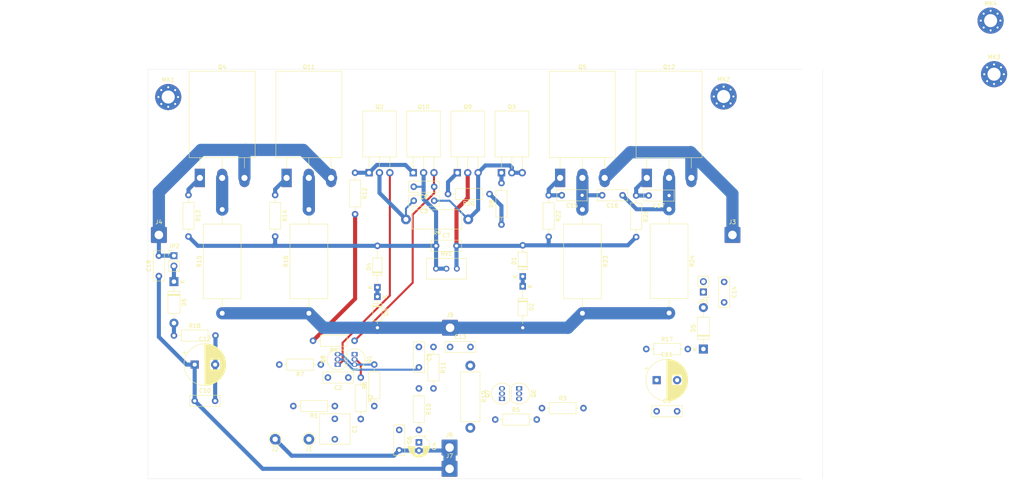
<source format=kicad_pcb>
(kicad_pcb (version 20171130) (host pcbnew "(5.1.10-0-10_14)")
  (layers (0 F.Cu signal) (31 B.Cu signal) (34 B.Paste user) (35 F.Paste user) (36 B.SilkS user) (37 F.SilkS user) (38 B.Mask user) (39 F.Mask user) (44 Edge.Cuts user))
  (net 0 "")
  (net 1 "Net-(C1-Pad2)")
  (net 2 "Net-(C1-Pad1)")
  (net 3 GND)
  (net 4 "Net-(C2-Pad1)")
  (net 5 "Net-(C3-Pad2)")
  (net 6 "Net-(C3-Pad1)")
  (net 7 "Net-(C4-Pad1)")
  (net 8 "Net-(C5-Pad2)")
  (net 9 "Net-(C13-Pad1)")
  (net 10 "Net-(C7-Pad2)")
  (net 11 "Net-(C7-Pad1)")
  (net 12 "Net-(C8-Pad1)")
  (net 13 "Net-(C11-Pad1)")
  (net 14 "Net-(C10-Pad2)")
  (net 15 "Net-(C13-Pad2)")
  (net 16 "Net-(C15-Pad2)")
  (net 17 "Net-(C15-Pad1)")
  (net 18 "Net-(C16-Pad1)")
  (net 19 "Net-(C17-Pad2)")
  (net 20 "Net-(D1-Pad1)")
  (net 21 "Net-(D3-Pad1)")
  (net 22 "Net-(D5-Pad2)")
  (net 23 "Net-(D5-Pad1)")
  (net 24 "Net-(D6-Pad2)")
  (net 25 "Net-(D6-Pad1)")
  (net 26 "Net-(Q1-Pad3)")
  (net 27 "Net-(Q2-Pad3)")
  (net 28 "Net-(Q10-Pad1)")
  (net 29 "Net-(Q3-Pad1)")
  (net 30 "Net-(Q4-Pad1)")
  (net 31 "Net-(Q6-Pad1)")
  (net 32 "Net-(Q6-Pad2)")
  (net 33 "Net-(Q7-Pad1)")
  (net 34 "Net-(Q9-Pad1)")
  (net 35 "Net-(Q11-Pad1)")
  (net 36 "Net-(C14-Pad1)")
  (net 37 "Net-(C18-Pad2)")
  (net 38 "Net-(Q4-Pad2)")
  (net 39 "Net-(Q11-Pad2)")
  (module Capacitor_THT:C_Rect_L7.2mm_W2.5mm_P5.00mm_FKS2_FKP2_MKS2_MKP2 (layer F.Cu) (at 64.897 87.55 90)
    (fp_text reference C18 (at 2.5 -2.5 90) (layer F.SilkS))
    (fp_text value 100n)
    (pad 2 thru_hole circle (at 5 0 90) (size 1.6 1.6) (drill 0.8) (layers *.Cu *.Mask) (net 37 "Net-(C18-Pad2)"))
    (pad 1 thru_hole circle (at 0 0 90) (size 1.6 1.6) (drill 0.8) (layers *.Cu *.Mask) (net 3 GND))
  )
  (module Capacitor_THT:C_Rect_L7.2mm_W2.5mm_P5.00mm_FKS2_FKP2_MKS2_MKP2 (layer F.Cu) (at 203.2 88.98 270)
    (fp_text reference C14 (at 2.5 -2.5 90) (layer F.SilkS))
    (fp_text value 100n)
    (pad 2 thru_hole circle (at 5 0 270) (size 1.6 1.6) (drill 0.8) (layers *.Cu *.Mask) (net 3 GND))
    (pad 1 thru_hole circle (at 0 0 270) (size 1.6 1.6) (drill 0.8) (layers *.Cu *.Mask) (net 36 "Net-(C14-Pad1)"))
  )
  (module Potentiometer_THT:Potentiometer_Bourns_3296W_Vertical (layer F.Cu) (at 137.795 85.725)
    (fp_text reference RV1 (at -2.54 -3.66) (layer F.SilkS))
    (fp_text value 200R)
    (pad 3 thru_hole circle (at -5.08 0) (size 1.44 1.44) (drill 0.8) (layers *.Cu *.Mask) (net 11 "Net-(C7-Pad1)"))
    (pad 2 thru_hole circle (at -2.54 0) (size 1.44 1.44) (drill 0.8) (layers *.Cu *.Mask) (net 11 "Net-(C7-Pad1)"))
    (pad 1 thru_hole circle (at 0 0) (size 1.44 1.44) (drill 0.8) (layers *.Cu *.Mask) (net 10 "Net-(C7-Pad2)"))
  )
  (module Resistor_THT:R_Axial_DIN0918_L18.0mm_D9.0mm_P25.40mm_Horizontal (layer F.Cu) (at 189.738 71.1835 270)
    (fp_text reference R24 (at 12.7 -5.62 270) (layer F.SilkS))
    (fp_text value 0.22R)
    (pad 2 thru_hole oval (at 25.4 0 270) (size 2.4 2.4) (drill 1.2) (layers *.Cu *.Mask) (net 9 "Net-(C13-Pad1)"))
    (pad 1 thru_hole circle (at 0 0 270) (size 2.4 2.4) (drill 1.2) (layers *.Cu *.Mask) (net 18 "Net-(C16-Pad1)"))
  )
  (module Resistor_THT:R_Axial_DIN0918_L18.0mm_D9.0mm_P25.40mm_Horizontal (layer F.Cu) (at 168.529 71.247 270)
    (fp_text reference R23 (at 12.7 -5.62 270) (layer F.SilkS))
    (fp_text value 0.22R)
    (pad 2 thru_hole oval (at 25.4 0 270) (size 2.4 2.4) (drill 1.2) (layers *.Cu *.Mask) (net 9 "Net-(C13-Pad1)"))
    (pad 1 thru_hole circle (at 0 0 270) (size 2.4 2.4) (drill 1.2) (layers *.Cu *.Mask) (net 17 "Net-(C15-Pad1)"))
  )
  (module Resistor_THT:R_Axial_DIN0207_L6.3mm_D2.5mm_P10.16mm_Horizontal (layer F.Cu) (at 160.274 67.7545 270)
    (fp_text reference R22 (at 5.08 -2.37 90) (layer F.SilkS))
    (fp_text value 220R)
    (pad 2 thru_hole oval (at 10.16 0 270) (size 1.6 1.6) (drill 0.8) (layers *.Cu *.Mask) (net 10 "Net-(C7-Pad2)"))
    (pad 1 thru_hole circle (at 0 0 270) (size 1.6 1.6) (drill 0.8) (layers *.Cu *.Mask) (net 16 "Net-(C15-Pad2)"))
  )
  (module Resistor_THT:R_Axial_DIN0207_L6.3mm_D2.5mm_P10.16mm_Horizontal (layer F.Cu) (at 181.6735 67.818 270)
    (fp_text reference R21 (at 5.08 -2.37 90) (layer F.SilkS))
    (fp_text value 220R)
    (pad 2 thru_hole oval (at 10.16 0 270) (size 1.6 1.6) (drill 0.8) (layers *.Cu *.Mask) (net 10 "Net-(C7-Pad2)"))
    (pad 1 thru_hole circle (at 0 0 270) (size 1.6 1.6) (drill 0.8) (layers *.Cu *.Mask) (net 19 "Net-(C17-Pad2)"))
  )
  (module Resistor_THT:R_Axial_DIN0207_L6.3mm_D2.5mm_P10.16mm_Horizontal (layer F.Cu) (at 145.796 67.437 180)
    (fp_text reference R20 (at 5.08 -2.37) (layer F.SilkS))
    (fp_text value 100R)
    (pad 2 thru_hole oval (at 10.16 0 180) (size 1.6 1.6) (drill 0.8) (layers *.Cu *.Mask) (net 34 "Net-(Q9-Pad1)"))
    (pad 1 thru_hole circle (at 0 0 180) (size 1.6 1.6) (drill 0.8) (layers *.Cu *.Mask) (net 13 "Net-(C11-Pad1)"))
  )
  (module Resistor_THT:R_Axial_DIN0414_L11.9mm_D4.5mm_P15.24mm_Horizontal (layer F.Cu) (at 141.097 109.474 270)
    (fp_text reference R19 (at 7.62 -3.37 90) (layer F.SilkS))
    (fp_text value 6.8R/1W)
    (pad 2 thru_hole oval (at 15.24 0 270) (size 2.4 2.4) (drill 1.2) (layers *.Cu *.Mask) (net 3 GND))
    (pad 1 thru_hole circle (at 0 0 270) (size 2.4 2.4) (drill 1.2) (layers *.Cu *.Mask) (net 15 "Net-(C13-Pad2)"))
  )
  (module Resistor_THT:R_Axial_DIN0207_L6.3mm_D2.5mm_P10.16mm_Horizontal (layer F.Cu) (at 68.58 102.108)
    (fp_text reference R18 (at 5.08 -2.37) (layer F.SilkS))
    (fp_text value 100R)
    (pad 2 thru_hole oval (at 10.16 0) (size 1.6 1.6) (drill 0.8) (layers *.Cu *.Mask) (net 14 "Net-(C10-Pad2)"))
    (pad 1 thru_hole circle (at 0 0) (size 1.6 1.6) (drill 0.8) (layers *.Cu *.Mask) (net 24 "Net-(D6-Pad2)"))
  )
  (module Resistor_THT:R_Axial_DIN0207_L6.3mm_D2.5mm_P10.16mm_Horizontal (layer F.Cu) (at 184.15 105.41)
    (fp_text reference R17 (at 5.08 -2.37) (layer F.SilkS))
    (fp_text value 100R)
    (pad 2 thru_hole oval (at 10.16 0) (size 1.6 1.6) (drill 0.8) (layers *.Cu *.Mask) (net 23 "Net-(D5-Pad1)"))
    (pad 1 thru_hole circle (at 0 0) (size 1.6 1.6) (drill 0.8) (layers *.Cu *.Mask) (net 13 "Net-(C11-Pad1)"))
  )
  (module Resistor_THT:R_Axial_DIN0918_L18.0mm_D9.0mm_P25.40mm_Horizontal (layer F.Cu) (at 101.6 96.647 90)
    (fp_text reference R16 (at 12.7 -5.62 90) (layer F.SilkS))
    (fp_text value 0.22R)
    (pad 2 thru_hole oval (at 25.4 0 90) (size 2.4 2.4) (drill 1.2) (layers *.Cu *.Mask) (net 39 "Net-(Q11-Pad2)"))
    (pad 1 thru_hole circle (at 0 0 90) (size 2.4 2.4) (drill 1.2) (layers *.Cu *.Mask) (net 9 "Net-(C13-Pad1)"))
  )
  (module Resistor_THT:R_Axial_DIN0918_L18.0mm_D9.0mm_P25.40mm_Horizontal (layer F.Cu) (at 80.391 96.647 90)
    (fp_text reference R15 (at 12.7 -5.62 90) (layer F.SilkS))
    (fp_text value 0.22R)
    (pad 2 thru_hole oval (at 25.4 0 90) (size 2.4 2.4) (drill 1.2) (layers *.Cu *.Mask) (net 38 "Net-(Q4-Pad2)"))
    (pad 1 thru_hole circle (at 0 0 90) (size 2.4 2.4) (drill 1.2) (layers *.Cu *.Mask) (net 9 "Net-(C13-Pad1)"))
  )
  (module Resistor_THT:R_Axial_DIN0207_L6.3mm_D2.5mm_P10.16mm_Horizontal (layer F.Cu) (at 93.345 67.691 270)
    (fp_text reference R14 (at 5.08 -2.37 90) (layer F.SilkS))
    (fp_text value 220R)
    (pad 2 thru_hole oval (at 10.16 0 270) (size 1.6 1.6) (drill 0.8) (layers *.Cu *.Mask) (net 11 "Net-(C7-Pad1)"))
    (pad 1 thru_hole circle (at 0 0 270) (size 1.6 1.6) (drill 0.8) (layers *.Cu *.Mask) (net 35 "Net-(Q11-Pad1)"))
  )
  (module Resistor_THT:R_Axial_DIN0207_L6.3mm_D2.5mm_P10.16mm_Horizontal (layer F.Cu) (at 72.136 67.691 270)
    (fp_text reference R13 (at 5.08 -2.37 90) (layer F.SilkS))
    (fp_text value 220R)
    (pad 2 thru_hole oval (at 10.16 0 270) (size 1.6 1.6) (drill 0.8) (layers *.Cu *.Mask) (net 11 "Net-(C7-Pad1)"))
    (pad 1 thru_hole circle (at 0 0 270) (size 1.6 1.6) (drill 0.8) (layers *.Cu *.Mask) (net 30 "Net-(Q4-Pad1)"))
  )
  (module Resistor_THT:R_Axial_DIN0207_L6.3mm_D2.5mm_P10.16mm_Horizontal (layer F.Cu) (at 112.903 62.23 270)
    (fp_text reference R12 (at 5.08 -2.37 90) (layer F.SilkS))
    (fp_text value 100R)
    (pad 2 thru_hole oval (at 10.16 0 270) (size 1.6 1.6) (drill 0.8) (layers *.Cu *.Mask) (net 14 "Net-(C10-Pad2)"))
    (pad 1 thru_hole circle (at 0 0 270) (size 1.6 1.6) (drill 0.8) (layers *.Cu *.Mask) (net 28 "Net-(Q10-Pad1)"))
  )
  (module Resistor_THT:R_Axial_DIN0207_L6.3mm_D2.5mm_P10.16mm_Horizontal (layer F.Cu) (at 132.08 104.902 270)
    (fp_text reference R11 (at 5.08 -2.37 90) (layer F.SilkS))
    (fp_text value 22k)
    (pad 2 thru_hole oval (at 10.16 0 270) (size 1.6 1.6) (drill 0.8) (layers *.Cu *.Mask) (net 8 "Net-(C5-Pad2)"))
    (pad 1 thru_hole circle (at 0 0 270) (size 1.6 1.6) (drill 0.8) (layers *.Cu *.Mask) (net 9 "Net-(C13-Pad1)"))
  )
  (module Resistor_THT:R_Axial_DIN0207_L6.3mm_D2.5mm_P10.16mm_Horizontal (layer F.Cu) (at 128.524 115.062 270)
    (fp_text reference R10 (at 5.08 -2.37 90) (layer F.SilkS))
    (fp_text value 1k)
    (pad 2 thru_hole oval (at 10.16 0 270) (size 1.6 1.6) (drill 0.8) (layers *.Cu *.Mask) (net 7 "Net-(C4-Pad1)"))
    (pad 1 thru_hole circle (at 0 0 270) (size 1.6 1.6) (drill 0.8) (layers *.Cu *.Mask) (net 8 "Net-(C5-Pad2)"))
  )
  (module Resistor_THT:R_Axial_DIN0414_L11.9mm_D4.5mm_P15.24mm_Horizontal (layer F.Cu) (at 140.589 73.66 180)
    (fp_text reference R9 (at 7.62 -3.37) (layer F.SilkS))
    (fp_text value 12k/1W)
    (pad 2 thru_hole oval (at 15.24 0 180) (size 2.4 2.4) (drill 1.2) (layers *.Cu *.Mask) (net 5 "Net-(C3-Pad2)"))
    (pad 1 thru_hole circle (at 0 0 180) (size 2.4 2.4) (drill 1.2) (layers *.Cu *.Mask) (net 6 "Net-(C3-Pad1)"))
  )
  (module Resistor_THT:R_Axial_DIN0207_L6.3mm_D2.5mm_P10.16mm_Horizontal (layer F.Cu) (at 148.717 74.93 90)
    (fp_text reference R8 (at 5.08 -2.37 90) (layer F.SilkS))
    (fp_text value 100R)
    (pad 2 thru_hole oval (at 10.16 0 90) (size 1.6 1.6) (drill 0.8) (layers *.Cu *.Mask) (net 29 "Net-(Q3-Pad1)"))
    (pad 1 thru_hole circle (at 0 0 90) (size 1.6 1.6) (drill 0.8) (layers *.Cu *.Mask) (net 13 "Net-(C11-Pad1)"))
  )
  (module Resistor_THT:R_Axial_DIN0207_L6.3mm_D2.5mm_P10.16mm_Horizontal (layer F.Cu) (at 104.521 109.22 180)
    (fp_text reference R7 (at 5.08 -2.37) (layer F.SilkS))
    (fp_text value 4k7)
    (pad 2 thru_hole oval (at 10.16 0 180) (size 1.6 1.6) (drill 0.8) (layers *.Cu *.Mask) (net 14 "Net-(C10-Pad2)"))
    (pad 1 thru_hole circle (at 0 0 180) (size 1.6 1.6) (drill 0.8) (layers *.Cu *.Mask) (net 27 "Net-(Q2-Pad3)"))
  )
  (module Resistor_THT:R_Axial_DIN0207_L6.3mm_D2.5mm_P10.16mm_Horizontal (layer F.Cu) (at 117.602 119.38 90)
    (fp_text reference R6 (at 5.08 -2.37 90) (layer F.SilkS))
    (fp_text value 22k)
    (pad 2 thru_hole oval (at 10.16 0 90) (size 1.6 1.6) (drill 0.8) (layers *.Cu *.Mask) (net 26 "Net-(Q1-Pad3)"))
    (pad 1 thru_hole circle (at 0 0 90) (size 1.6 1.6) (drill 0.8) (layers *.Cu *.Mask) (net 33 "Net-(Q7-Pad1)"))
  )
  (module Resistor_THT:R_Axial_DIN0207_L6.3mm_D2.5mm_P10.16mm_Horizontal (layer F.Cu) (at 147.193 122.682)
    (fp_text reference R5 (at 5.08 -2.37) (layer F.SilkS))
    (fp_text value 680R)
    (pad 2 thru_hole oval (at 10.16 0) (size 1.6 1.6) (drill 0.8) (layers *.Cu *.Mask) (net 32 "Net-(Q6-Pad2)"))
    (pad 1 thru_hole circle (at 0 0) (size 1.6 1.6) (drill 0.8) (layers *.Cu *.Mask) (net 13 "Net-(C11-Pad1)"))
  )
  (module Resistor_THT:R_Axial_DIN0207_L6.3mm_D2.5mm_P10.16mm_Horizontal (layer F.Cu) (at 112.776 103.378 180)
    (fp_text reference R4 (at 5.08 -2.37) (layer F.SilkS))
    (fp_text value 4k7)
    (pad 2 thru_hole oval (at 10.16 0 180) (size 1.6 1.6) (drill 0.8) (layers *.Cu *.Mask) (net 14 "Net-(C10-Pad2)"))
    (pad 1 thru_hole circle (at 0 0 180) (size 1.6 1.6) (drill 0.8) (layers *.Cu *.Mask) (net 12 "Net-(C8-Pad1)"))
  )
  (module Resistor_THT:R_Axial_DIN0207_L6.3mm_D2.5mm_P10.16mm_Horizontal (layer F.Cu) (at 158.623 119.888)
    (fp_text reference R3 (at 5.08 -2.37) (layer F.SilkS))
    (fp_text value 22k)
    (pad 2 thru_hole oval (at 10.16 0) (size 1.6 1.6) (drill 0.8) (layers *.Cu *.Mask) (net 3 GND))
    (pad 1 thru_hole circle (at 0 0) (size 1.6 1.6) (drill 0.8) (layers *.Cu *.Mask) (net 31 "Net-(Q6-Pad1)"))
  )
  (module Resistor_THT:R_Axial_DIN0207_L6.3mm_D2.5mm_P10.16mm_Horizontal (layer F.Cu) (at 114.3 112.395 270)
    (fp_text reference R2 (at 5.08 -2.37 90) (layer F.SilkS))
    (fp_text value 1k)
    (pad 2 thru_hole oval (at 10.16 0 270) (size 1.6 1.6) (drill 0.8) (layers *.Cu *.Mask) (net 2 "Net-(C1-Pad1)"))
    (pad 1 thru_hole circle (at 0 0 270) (size 1.6 1.6) (drill 0.8) (layers *.Cu *.Mask) (net 4 "Net-(C2-Pad1)"))
  )
  (module Resistor_THT:R_Axial_DIN0207_L6.3mm_D2.5mm_P10.16mm_Horizontal (layer F.Cu) (at 107.95 119.38 180)
    (fp_text reference R1 (at 5.08 -2.37) (layer F.SilkS))
    (fp_text value 33k)
    (pad 2 thru_hole oval (at 10.16 0 180) (size 1.6 1.6) (drill 0.8) (layers *.Cu *.Mask) (net 3 GND))
    (pad 1 thru_hole circle (at 0 0 180) (size 1.6 1.6) (drill 0.8) (layers *.Cu *.Mask) (net 2 "Net-(C1-Pad1)"))
  )
  (module Package_TO_SOT_THT:TO-247-3_Horizontal_TabDown (layer F.Cu) (at 184.277 63.5)
    (fp_text reference Q12 (at 5.45 -27.15) (layer F.SilkS))
    (fp_text value ECX10N20)
    (pad 3 thru_hole oval (at 10.9 0) (size 2.5 4.5) (drill 1.5) (layers *.Cu *.Mask) (net 36 "Net-(C14-Pad1)"))
    (pad 2 thru_hole oval (at 5.45 0) (size 2.5 4.5) (drill 1.5) (layers *.Cu *.Mask) (net 18 "Net-(C16-Pad1)"))
    (pad 1 thru_hole rect (at 0 0) (size 2.5 4.5) (drill 1.5) (layers *.Cu *.Mask) (net 19 "Net-(C17-Pad2)"))
    (pad "" np_thru_hole oval (at 5.45 -19.86) (size 3.6 3.6) (drill 3.6) (layers *.Cu *.Mask))
  )
  (module Package_TO_SOT_THT:TO-247-3_Horizontal_TabDown (layer F.Cu) (at 96.139 63.5)
    (fp_text reference Q11 (at 5.45 -27.15) (layer F.SilkS))
    (fp_text value ECX10P20)
    (pad 3 thru_hole oval (at 10.9 0) (size 2.5 4.5) (drill 1.5) (layers *.Cu *.Mask) (net 37 "Net-(C18-Pad2)"))
    (pad 2 thru_hole oval (at 5.45 0) (size 2.5 4.5) (drill 1.5) (layers *.Cu *.Mask) (net 39 "Net-(Q11-Pad2)"))
    (pad 1 thru_hole rect (at 0 0) (size 2.5 4.5) (drill 1.5) (layers *.Cu *.Mask) (net 35 "Net-(Q11-Pad1)"))
    (pad "" np_thru_hole oval (at 5.45 -19.86) (size 3.6 3.6) (drill 3.6) (layers *.Cu *.Mask))
  )
  (module Package_TO_SOT_THT:TO-126-3_Horizontal_TabDown (layer F.Cu) (at 127.127 62.23)
    (fp_text reference Q10 (at 2.54 -16.12) (layer F.SilkS))
    (fp_text value MJE340)
    (pad 3 thru_hole oval (at 5.08 0) (size 1.8 1.8) (drill 1) (layers *.Cu *.Mask) (net 12 "Net-(C8-Pad1)"))
    (pad 2 thru_hole oval (at 2.54 0) (size 1.8 1.8) (drill 1) (layers *.Cu *.Mask) (net 11 "Net-(C7-Pad1)"))
    (pad 1 thru_hole rect (at 0 0) (size 1.8 1.8) (drill 1) (layers *.Cu *.Mask) (net 28 "Net-(Q10-Pad1)"))
    (pad "" np_thru_hole oval (at 2.54 -11.1) (size 3.2 3.2) (drill 3.2) (layers *.Cu *.Mask))
  )
  (module Package_TO_SOT_THT:TO-126-3_Horizontal_TabDown (layer F.Cu) (at 137.922 62.23)
    (fp_text reference Q9 (at 2.54 -16.12) (layer F.SilkS))
    (fp_text value MJE350)
    (pad 3 thru_hole oval (at 5.08 0) (size 1.8 1.8) (drill 1) (layers *.Cu *.Mask) (net 6 "Net-(C3-Pad1)"))
    (pad 2 thru_hole oval (at 2.54 0) (size 1.8 1.8) (drill 1) (layers *.Cu *.Mask) (net 10 "Net-(C7-Pad2)"))
    (pad 1 thru_hole rect (at 0 0) (size 1.8 1.8) (drill 1) (layers *.Cu *.Mask) (net 34 "Net-(Q9-Pad1)"))
    (pad "" np_thru_hole oval (at 2.54 -11.1) (size 3.2 3.2) (drill 3.2) (layers *.Cu *.Mask))
  )
  (module Package_TO_SOT_THT:TO-92_Inline (layer F.Cu) (at 108.6485 109.22 90)
    (fp_text reference Q8 (at 1.27 -3.56 90) (layer F.SilkS))
    (fp_text value BC556)
    (pad 1 thru_hole rect (at 0 0 90) (size 1.05 1.5) (drill 0.75) (layers *.Cu *.Mask) (net 27 "Net-(Q2-Pad3)"))
    (pad 3 thru_hole oval (at 2.54 0 90) (size 1.05 1.5) (drill 0.75) (layers *.Cu *.Mask) (net 26 "Net-(Q1-Pad3)"))
    (pad 2 thru_hole oval (at 1.27 0 90) (size 1.05 1.5) (drill 0.75) (layers *.Cu *.Mask) (net 8 "Net-(C5-Pad2)"))
  )
  (module Package_TO_SOT_THT:TO-92_Inline (layer F.Cu) (at 148.844 117.602 90)
    (fp_text reference Q7 (at 1.27 -3.56 90) (layer F.SilkS))
    (fp_text value BC556)
    (pad 1 thru_hole rect (at 0 0 90) (size 1.05 1.5) (drill 0.75) (layers *.Cu *.Mask) (net 33 "Net-(Q7-Pad1)"))
    (pad 3 thru_hole oval (at 2.54 0 90) (size 1.05 1.5) (drill 0.75) (layers *.Cu *.Mask) (net 32 "Net-(Q6-Pad2)"))
    (pad 2 thru_hole oval (at 1.27 0 90) (size 1.05 1.5) (drill 0.75) (layers *.Cu *.Mask) (net 31 "Net-(Q6-Pad1)"))
  )
  (module Package_TO_SOT_THT:TO-92_Inline (layer F.Cu) (at 153.035 115.062 270)
    (fp_text reference Q6 (at 1.27 -3.56 90) (layer F.SilkS))
    (fp_text value BC556)
    (pad 1 thru_hole rect (at 0 0 270) (size 1.05 1.5) (drill 0.75) (layers *.Cu *.Mask) (net 31 "Net-(Q6-Pad1)"))
    (pad 3 thru_hole oval (at 2.54 0 270) (size 1.05 1.5) (drill 0.75) (layers *.Cu *.Mask) (net 13 "Net-(C11-Pad1)"))
    (pad 2 thru_hole oval (at 1.27 0 270) (size 1.05 1.5) (drill 0.75) (layers *.Cu *.Mask) (net 32 "Net-(Q6-Pad2)"))
  )
  (module Package_TO_SOT_THT:TO-247-3_Horizontal_TabDown (layer F.Cu) (at 163.068 63.5)
    (fp_text reference Q5 (at 5.45 -27.15) (layer F.SilkS))
    (fp_text value ECX10N20)
    (pad 3 thru_hole oval (at 10.9 0) (size 2.5 4.5) (drill 1.5) (layers *.Cu *.Mask) (net 36 "Net-(C14-Pad1)"))
    (pad 2 thru_hole oval (at 5.45 0) (size 2.5 4.5) (drill 1.5) (layers *.Cu *.Mask) (net 17 "Net-(C15-Pad1)"))
    (pad 1 thru_hole rect (at 0 0) (size 2.5 4.5) (drill 1.5) (layers *.Cu *.Mask) (net 16 "Net-(C15-Pad2)"))
    (pad "" np_thru_hole oval (at 5.45 -19.86) (size 3.6 3.6) (drill 3.6) (layers *.Cu *.Mask))
  )
  (module Package_TO_SOT_THT:TO-247-3_Horizontal_TabDown (layer F.Cu) (at 74.93 63.5)
    (fp_text reference Q4 (at 5.45 -27.15) (layer F.SilkS))
    (fp_text value ECX10P20)
    (pad 3 thru_hole oval (at 10.9 0) (size 2.5 4.5) (drill 1.5) (layers *.Cu *.Mask) (net 37 "Net-(C18-Pad2)"))
    (pad 2 thru_hole oval (at 5.45 0) (size 2.5 4.5) (drill 1.5) (layers *.Cu *.Mask) (net 38 "Net-(Q4-Pad2)"))
    (pad 1 thru_hole rect (at 0 0) (size 2.5 4.5) (drill 1.5) (layers *.Cu *.Mask) (net 30 "Net-(Q4-Pad1)"))
    (pad "" np_thru_hole oval (at 5.45 -19.86) (size 3.6 3.6) (drill 3.6) (layers *.Cu *.Mask))
  )
  (module Package_TO_SOT_THT:TO-126-3_Horizontal_TabDown (layer F.Cu) (at 148.717 62.23)
    (fp_text reference Q3 (at 2.54 -16.12) (layer F.SilkS))
    (fp_text value MJE350)
    (pad 3 thru_hole oval (at 5.08 0) (size 1.8 1.8) (drill 1) (layers *.Cu *.Mask) (net 6 "Net-(C3-Pad1)"))
    (pad 2 thru_hole oval (at 2.54 0) (size 1.8 1.8) (drill 1) (layers *.Cu *.Mask) (net 6 "Net-(C3-Pad1)"))
    (pad 1 thru_hole rect (at 0 0) (size 1.8 1.8) (drill 1) (layers *.Cu *.Mask) (net 29 "Net-(Q3-Pad1)"))
    (pad "" np_thru_hole oval (at 2.54 -11.1) (size 3.2 3.2) (drill 3.2) (layers *.Cu *.Mask))
  )
  (module Package_TO_SOT_THT:TO-126-3_Horizontal_TabDown (layer F.Cu) (at 116.332 62.23)
    (fp_text reference Q2 (at 2.54 -16.12) (layer F.SilkS))
    (fp_text value MJE340)
    (pad 3 thru_hole oval (at 5.08 0) (size 1.8 1.8) (drill 1) (layers *.Cu *.Mask) (net 27 "Net-(Q2-Pad3)"))
    (pad 2 thru_hole oval (at 2.54 0) (size 1.8 1.8) (drill 1) (layers *.Cu *.Mask) (net 5 "Net-(C3-Pad2)"))
    (pad 1 thru_hole rect (at 0 0) (size 1.8 1.8) (drill 1) (layers *.Cu *.Mask) (net 28 "Net-(Q10-Pad1)"))
    (pad "" np_thru_hole oval (at 2.54 -11.1) (size 3.2 3.2) (drill 3.2) (layers *.Cu *.Mask))
  )
  (module Package_TO_SOT_THT:TO-92_Inline (layer F.Cu) (at 112.776 106.68 270)
    (fp_text reference Q1 (at 1.27 -3.56 90) (layer F.SilkS))
    (fp_text value BC556)
    (pad 1 thru_hole rect (at 0 0 270) (size 1.05 1.5) (drill 0.75) (layers *.Cu *.Mask) (net 12 "Net-(C8-Pad1)"))
    (pad 3 thru_hole oval (at 2.54 0 270) (size 1.05 1.5) (drill 0.75) (layers *.Cu *.Mask) (net 26 "Net-(Q1-Pad3)"))
    (pad 2 thru_hole oval (at 1.27 0 270) (size 1.05 1.5) (drill 0.75) (layers *.Cu *.Mask) (net 4 "Net-(C2-Pad1)"))
  )
  (module MountingHole:MountingHole_3.2mm_M3_Pad_Via (layer F.Cu) (at 268.397056 24.972944)
    (fp_text reference MK4 (at 0 -4.2) (layer F.SilkS))
    (fp_text value Mounting_Hole_PAD)
    (pad 1 thru_hole circle (at 1.697056 -1.697056) (size 0.8 0.8) (drill 0.5) (layers *.Cu *.Mask))
    (pad 1 thru_hole circle (at 0 -2.4) (size 0.8 0.8) (drill 0.5) (layers *.Cu *.Mask))
    (pad 1 thru_hole circle (at -1.697056 -1.697056) (size 0.8 0.8) (drill 0.5) (layers *.Cu *.Mask))
    (pad 1 thru_hole circle (at -2.4 0) (size 0.8 0.8) (drill 0.5) (layers *.Cu *.Mask))
    (pad 1 thru_hole circle (at -1.697056 1.697056) (size 0.8 0.8) (drill 0.5) (layers *.Cu *.Mask))
    (pad 1 thru_hole circle (at 0 2.4) (size 0.8 0.8) (drill 0.5) (layers *.Cu *.Mask))
    (pad 1 thru_hole circle (at 1.697056 1.697056) (size 0.8 0.8) (drill 0.5) (layers *.Cu *.Mask))
    (pad 1 thru_hole circle (at 2.4 0) (size 0.8 0.8) (drill 0.5) (layers *.Cu *.Mask))
    (pad 1 thru_hole circle (at 0 0) (size 6.4 6.4) (drill 3.2) (layers *.Cu *.Mask))
  )
  (module MountingHole:MountingHole_3.2mm_M3_Pad_Via (layer F.Cu) (at 269.24 38.1)
    (fp_text reference MK3 (at 0 -4.2) (layer F.SilkS))
    (fp_text value Mounting_Hole_PAD)
    (pad 1 thru_hole circle (at 1.697056 -1.697056) (size 0.8 0.8) (drill 0.5) (layers *.Cu *.Mask))
    (pad 1 thru_hole circle (at 0 -2.4) (size 0.8 0.8) (drill 0.5) (layers *.Cu *.Mask))
    (pad 1 thru_hole circle (at -1.697056 -1.697056) (size 0.8 0.8) (drill 0.5) (layers *.Cu *.Mask))
    (pad 1 thru_hole circle (at -2.4 0) (size 0.8 0.8) (drill 0.5) (layers *.Cu *.Mask))
    (pad 1 thru_hole circle (at -1.697056 1.697056) (size 0.8 0.8) (drill 0.5) (layers *.Cu *.Mask))
    (pad 1 thru_hole circle (at 0 2.4) (size 0.8 0.8) (drill 0.5) (layers *.Cu *.Mask))
    (pad 1 thru_hole circle (at 1.697056 1.697056) (size 0.8 0.8) (drill 0.5) (layers *.Cu *.Mask))
    (pad 1 thru_hole circle (at 2.4 0) (size 0.8 0.8) (drill 0.5) (layers *.Cu *.Mask))
    (pad 1 thru_hole circle (at 0 0) (size 6.4 6.4) (drill 3.2) (layers *.Cu *.Mask))
  )
  (module MountingHole:MountingHole_3.2mm_M3_Pad_Via (layer F.Cu) (at 203.073 43.561)
    (fp_text reference MK2 (at 0 -4.2) (layer F.SilkS))
    (fp_text value Mounting_Hole_PAD)
    (pad 1 thru_hole circle (at 1.697056 -1.697056) (size 0.8 0.8) (drill 0.5) (layers *.Cu *.Mask))
    (pad 1 thru_hole circle (at 0 -2.4) (size 0.8 0.8) (drill 0.5) (layers *.Cu *.Mask))
    (pad 1 thru_hole circle (at -1.697056 -1.697056) (size 0.8 0.8) (drill 0.5) (layers *.Cu *.Mask))
    (pad 1 thru_hole circle (at -2.4 0) (size 0.8 0.8) (drill 0.5) (layers *.Cu *.Mask))
    (pad 1 thru_hole circle (at -1.697056 1.697056) (size 0.8 0.8) (drill 0.5) (layers *.Cu *.Mask))
    (pad 1 thru_hole circle (at 0 2.4) (size 0.8 0.8) (drill 0.5) (layers *.Cu *.Mask))
    (pad 1 thru_hole circle (at 1.697056 1.697056) (size 0.8 0.8) (drill 0.5) (layers *.Cu *.Mask))
    (pad 1 thru_hole circle (at 2.4 0) (size 0.8 0.8) (drill 0.5) (layers *.Cu *.Mask))
    (pad 1 thru_hole circle (at 0 0) (size 6.4 6.4) (drill 3.2) (layers *.Cu *.Mask))
  )
  (module MountingHole:MountingHole_3.2mm_M3_Pad_Via (layer F.Cu) (at 67.183 43.688)
    (fp_text reference MK1 (at 0 -4.2) (layer F.SilkS))
    (fp_text value Mounting_Hole_PAD)
    (pad 1 thru_hole circle (at 1.697056 -1.697056) (size 0.8 0.8) (drill 0.5) (layers *.Cu *.Mask))
    (pad 1 thru_hole circle (at 0 -2.4) (size 0.8 0.8) (drill 0.5) (layers *.Cu *.Mask))
    (pad 1 thru_hole circle (at -1.697056 -1.697056) (size 0.8 0.8) (drill 0.5) (layers *.Cu *.Mask))
    (pad 1 thru_hole circle (at -2.4 0) (size 0.8 0.8) (drill 0.5) (layers *.Cu *.Mask))
    (pad 1 thru_hole circle (at -1.697056 1.697056) (size 0.8 0.8) (drill 0.5) (layers *.Cu *.Mask))
    (pad 1 thru_hole circle (at 0 2.4) (size 0.8 0.8) (drill 0.5) (layers *.Cu *.Mask))
    (pad 1 thru_hole circle (at 1.697056 1.697056) (size 0.8 0.8) (drill 0.5) (layers *.Cu *.Mask))
    (pad 1 thru_hole circle (at 2.4 0) (size 0.8 0.8) (drill 0.5) (layers *.Cu *.Mask))
    (pad 1 thru_hole circle (at 0 0) (size 6.4 6.4) (drill 3.2) (layers *.Cu *.Mask))
  )
  (module Connector_PinHeader_2.54mm:PinHeader_1x02_P2.54mm_Vertical (layer F.Cu) (at 68.58 82.55)
    (fp_text reference JP2 (at 0 -2.33) (layer F.SilkS))
    (fp_text value Jump)
    (pad 2 thru_hole oval (at 0 2.54) (size 1.7 1.7) (drill 1) (layers *.Cu *.Mask) (net 25 "Net-(D6-Pad1)"))
    (pad 1 thru_hole rect (at 0 0) (size 1.7 1.7) (drill 1) (layers *.Cu *.Mask) (net 37 "Net-(C18-Pad2)"))
  )
  (module Connector_PinHeader_2.54mm:PinHeader_1x02_P2.54mm_Vertical (layer F.Cu) (at 198.12 91.44 180)
    (fp_text reference JP1 (at 0 -2.33) (layer F.SilkS))
    (fp_text value Jump)
    (pad 2 thru_hole oval (at 0 2.54 180) (size 1.7 1.7) (drill 1) (layers *.Cu *.Mask) (net 36 "Net-(C14-Pad1)"))
    (pad 1 thru_hole rect (at 0 0 180) (size 1.7 1.7) (drill 1) (layers *.Cu *.Mask) (net 22 "Net-(D5-Pad2)"))
  )
  (module Connector_Wire:SolderWire-1.5sqmm_1x01_D1.7mm_OD3.9mm (layer F.Cu) (at 136.017 134.747)
    (fp_text reference J7 (at 0 -3.15) (layer F.SilkS))
    (fp_text value GND)
    (pad 1 thru_hole roundrect (at 0 0) (size 3.9 3.9) (drill 2.1) (layers *.Cu *.Mask) (roundrect_rratio 0.06410299999999999) (net 3 GND))
  )
  (module Connector_Wire:SolderWire-1.5sqmm_1x01_D1.7mm_OD3.9mm (layer F.Cu) (at 136.017 129.54)
    (fp_text reference J6 (at 0 -3.15) (layer F.SilkS))
    (fp_text value LS-)
    (pad 1 thru_hole roundrect (at 0 0) (size 3.9 3.9) (drill 2.1) (layers *.Cu *.Mask) (roundrect_rratio 0.06410299999999999) (net 3 GND))
  )
  (module Connector_Wire:SolderWire-1.5sqmm_1x01_D1.7mm_OD3.9mm (layer F.Cu) (at 136.144 100.203)
    (fp_text reference J5 (at 0 -3.15) (layer F.SilkS))
    (fp_text value LS+)
    (pad 1 thru_hole roundrect (at 0 0) (size 3.9 3.9) (drill 2.1) (layers *.Cu *.Mask) (roundrect_rratio 0.06410299999999999) (net 9 "Net-(C13-Pad1)"))
  )
  (module Connector_Wire:SolderWire-1.5sqmm_1x01_D1.7mm_OD3.9mm (layer F.Cu) (at 64.897 77.47)
    (fp_text reference J4 (at 0 -3.15) (layer F.SilkS))
    (fp_text value -69V)
    (pad 1 thru_hole roundrect (at 0 0) (size 3.9 3.9) (drill 2.1) (layers *.Cu *.Mask) (roundrect_rratio 0.06410299999999999) (net 37 "Net-(C18-Pad2)"))
  )
  (module Connector_Wire:SolderWire-1.5sqmm_1x01_D1.7mm_OD3.9mm (layer F.Cu) (at 205.232 77.47)
    (fp_text reference J3 (at 0 -3.15) (layer F.SilkS))
    (fp_text value +69V)
    (pad 1 thru_hole roundrect (at 0 0) (size 3.9 3.9) (drill 2.1) (layers *.Cu *.Mask) (roundrect_rratio 0.06410299999999999) (net 36 "Net-(C14-Pad1)"))
  )
  (module Connector_Pin:Pin_D1.3mm_L11.0mm (layer F.Cu) (at 93.345 127.508)
    (fp_text reference J2 (at 0 2.4) (layer F.SilkS))
    (fp_text value Conn_01x01)
    (pad 1 thru_hole circle (at 0 0) (size 2.6 2.6) (drill 1.3) (layers *.Cu *.Mask) (net 3 GND))
  )
  (module Connector_Pin:Pin_D1.3mm_L11.0mm (layer F.Cu) (at 101.6 127.508)
    (fp_text reference J1 (at 0 2.4) (layer F.SilkS))
    (fp_text value Conn_01x01)
    (pad 1 thru_hole circle (at 0 0) (size 2.6 2.6) (drill 1.3) (layers *.Cu *.Mask) (net 1 "Net-(C1-Pad2)"))
  )
  (module Diode_THT:D_DO-41_SOD81_P10.16mm_Horizontal (layer F.Cu) (at 68.58 88.9 270)
    (fp_text reference D6 (at 5.08 -2.47 90) (layer F.SilkS))
    (fp_text value 1N4002)
    (fp_text user K (at 0 -2.1 90) (layer F.SilkS))
    (pad 2 thru_hole oval (at 10.16 0 270) (size 2.2 2.2) (drill 1.1) (layers *.Cu *.Mask) (net 24 "Net-(D6-Pad2)"))
    (pad 1 thru_hole rect (at 0 0 270) (size 2.2 2.2) (drill 1.1) (layers *.Cu *.Mask) (net 25 "Net-(D6-Pad1)"))
  )
  (module Diode_THT:D_DO-41_SOD81_P10.16mm_Horizontal (layer F.Cu) (at 198.12 105.41 90)
    (fp_text reference D5 (at 5.08 -2.47 90) (layer F.SilkS))
    (fp_text value 1N4002)
    (fp_text user K (at 0 -2.1 90) (layer F.SilkS))
    (pad 2 thru_hole oval (at 10.16 0 90) (size 2.2 2.2) (drill 1.1) (layers *.Cu *.Mask) (net 22 "Net-(D5-Pad2)"))
    (pad 1 thru_hole rect (at 0 0 90) (size 2.2 2.2) (drill 1.1) (layers *.Cu *.Mask) (net 23 "Net-(D5-Pad1)"))
  )
  (module Diode_THT:D_DO-35_SOD27_P10.16mm_Horizontal (layer F.Cu) (at 118.364 90.297 90)
    (fp_text reference D4 (at 5.08 -2.12 90) (layer F.SilkS))
    (fp_text value 12V/0.5W)
    (fp_text user K (at 0 -1.8 90) (layer F.SilkS))
    (pad 2 thru_hole oval (at 10.16 0 90) (size 1.6 1.6) (drill 0.8) (layers *.Cu *.Mask) (net 11 "Net-(C7-Pad1)"))
    (pad 1 thru_hole rect (at 0 0 90) (size 1.6 1.6) (drill 0.8) (layers *.Cu *.Mask) (net 21 "Net-(D3-Pad1)"))
  )
  (module Diode_THT:D_DO-35_SOD27_P7.62mm_Horizontal (layer F.Cu) (at 118.364 92.583 270)
    (fp_text reference D3 (at 3.81 -2.12 90) (layer F.SilkS))
    (fp_text value 1N4148)
    (fp_text user K (at 0 -1.8 90) (layer F.SilkS))
    (pad 2 thru_hole oval (at 7.62 0 270) (size 1.6 1.6) (drill 0.8) (layers *.Cu *.Mask) (net 9 "Net-(C13-Pad1)"))
    (pad 1 thru_hole rect (at 0 0 270) (size 1.6 1.6) (drill 0.8) (layers *.Cu *.Mask) (net 21 "Net-(D3-Pad1)"))
  )
  (module Diode_THT:D_DO-35_SOD27_P10.16mm_Horizontal (layer F.Cu) (at 153.924 90.043 270)
    (fp_text reference D2 (at 5.08 -2.12 90) (layer F.SilkS))
    (fp_text value 12V/0.5W)
    (fp_text user K (at 0 -1.8 90) (layer F.SilkS))
    (pad 2 thru_hole oval (at 10.16 0 270) (size 1.6 1.6) (drill 0.8) (layers *.Cu *.Mask) (net 9 "Net-(C13-Pad1)"))
    (pad 1 thru_hole rect (at 0 0 270) (size 1.6 1.6) (drill 0.8) (layers *.Cu *.Mask) (net 20 "Net-(D1-Pad1)"))
  )
  (module Diode_THT:D_DO-35_SOD27_P7.62mm_Horizontal (layer F.Cu) (at 153.924 87.63 90)
    (fp_text reference D1 (at 3.81 -2.12 90) (layer F.SilkS))
    (fp_text value 1N4148)
    (fp_text user K (at 0 -1.8 90) (layer F.SilkS))
    (pad 2 thru_hole oval (at 7.62 0 90) (size 1.6 1.6) (drill 0.8) (layers *.Cu *.Mask) (net 10 "Net-(C7-Pad2)"))
    (pad 1 thru_hole rect (at 0 0 90) (size 1.6 1.6) (drill 0.8) (layers *.Cu *.Mask) (net 20 "Net-(D1-Pad1)"))
  )
  (module Capacitor_THT:C_Rect_L7.2mm_W2.5mm_P5.00mm_FKS2_FKP2_MKS2_MKP2 (layer F.Cu) (at 189.738 67.818 180)
    (fp_text reference C17 (at 2.5 -2.5) (layer F.SilkS))
    (fp_text value 470p)
    (pad 2 thru_hole circle (at 5 0 180) (size 1.6 1.6) (drill 0.8) (layers *.Cu *.Mask) (net 19 "Net-(C17-Pad2)"))
    (pad 1 thru_hole circle (at 0 0 180) (size 1.6 1.6) (drill 0.8) (layers *.Cu *.Mask) (net 18 "Net-(C16-Pad1)"))
  )
  (module Capacitor_THT:C_Rect_L7.2mm_W2.5mm_P5.00mm_FKS2_FKP2_MKS2_MKP2 (layer F.Cu) (at 178.355 67.7545 180)
    (fp_text reference C16 (at 2.5 -2.5) (layer F.SilkS))
    (fp_text value 220n)
    (pad 2 thru_hole circle (at 5 0 180) (size 1.6 1.6) (drill 0.8) (layers *.Cu *.Mask) (net 17 "Net-(C15-Pad1)"))
    (pad 1 thru_hole circle (at 0 0 180) (size 1.6 1.6) (drill 0.8) (layers *.Cu *.Mask) (net 18 "Net-(C16-Pad1)"))
  )
  (module Capacitor_THT:C_Rect_L7.2mm_W2.5mm_P5.00mm_FKS2_FKP2_MKS2_MKP2 (layer F.Cu) (at 168.4655 67.7545 180)
    (fp_text reference C15 (at 2.5 -2.5) (layer F.SilkS))
    (fp_text value 330p)
    (pad 2 thru_hole circle (at 5 0 180) (size 1.6 1.6) (drill 0.8) (layers *.Cu *.Mask) (net 16 "Net-(C15-Pad2)"))
    (pad 1 thru_hole circle (at 0 0 180) (size 1.6 1.6) (drill 0.8) (layers *.Cu *.Mask) (net 17 "Net-(C15-Pad1)"))
  )
  (module Capacitor_THT:C_Rect_L7.2mm_W2.5mm_P5.00mm_FKS2_FKP2_MKS2_MKP2 (layer F.Cu) (at 136.144 104.902)
    (fp_text reference C13 (at 2.5 -2.5) (layer F.SilkS))
    (fp_text value 22n)
    (pad 2 thru_hole circle (at 5 0) (size 1.6 1.6) (drill 0.8) (layers *.Cu *.Mask) (net 15 "Net-(C13-Pad2)"))
    (pad 1 thru_hole circle (at 0 0) (size 1.6 1.6) (drill 0.8) (layers *.Cu *.Mask) (net 9 "Net-(C13-Pad1)"))
  )
  (module Capacitor_THT:CP_Radial_D10.0mm_P5.00mm (layer F.Cu) (at 73.66 109.22)
    (fp_text reference C12 (at 2.5 -6.25) (layer F.SilkS))
    (fp_text value 100u/100V)
    (pad 2 thru_hole circle (at 5 0) (size 2 2) (drill 1) (layers *.Cu *.Mask) (net 14 "Net-(C10-Pad2)"))
    (pad 1 thru_hole rect (at 0 0) (size 2 2) (drill 1) (layers *.Cu *.Mask) (net 3 GND))
  )
  (module Capacitor_THT:CP_Radial_D10.0mm_P5.00mm (layer F.Cu) (at 186.69 113.03)
    (fp_text reference C11 (at 2.5 -6.25) (layer F.SilkS))
    (fp_text value 100u/100V)
    (pad 2 thru_hole circle (at 5 0) (size 2 2) (drill 1) (layers *.Cu *.Mask) (net 3 GND))
    (pad 1 thru_hole rect (at 0 0) (size 2 2) (drill 1) (layers *.Cu *.Mask) (net 13 "Net-(C11-Pad1)"))
  )
  (module Capacitor_THT:C_Rect_L7.2mm_W2.5mm_P5.00mm_FKS2_FKP2_MKS2_MKP2 (layer F.Cu) (at 73.66 118.11)
    (fp_text reference C10 (at 2.5 -2.5) (layer F.SilkS))
    (fp_text value 100n)
    (pad 2 thru_hole circle (at 5 0) (size 1.6 1.6) (drill 0.8) (layers *.Cu *.Mask) (net 14 "Net-(C10-Pad2)"))
    (pad 1 thru_hole circle (at 0 0) (size 1.6 1.6) (drill 0.8) (layers *.Cu *.Mask) (net 3 GND))
  )
  (module Capacitor_THT:C_Rect_L7.2mm_W2.5mm_P5.00mm_FKS2_FKP2_MKS2_MKP2 (layer F.Cu) (at 186.69 120.65)
    (fp_text reference C9 (at 2.5 -2.5) (layer F.SilkS))
    (fp_text value 100n)
    (pad 2 thru_hole circle (at 5 0) (size 1.6 1.6) (drill 0.8) (layers *.Cu *.Mask) (net 3 GND))
    (pad 1 thru_hole circle (at 0 0) (size 1.6 1.6) (drill 0.8) (layers *.Cu *.Mask) (net 13 "Net-(C11-Pad1)"))
  )
  (module Capacitor_THT:C_Rect_L7.2mm_W2.5mm_P5.00mm_FKS2_FKP2_MKS2_MKP2 (layer F.Cu) (at 132.254 65.659 180)
    (fp_text reference C8 (at 2.5 -2.5) (layer F.SilkS))
    (fp_text value 18p)
    (pad 2 thru_hole circle (at 5 0 180) (size 1.6 1.6) (drill 0.8) (layers *.Cu *.Mask) (net 11 "Net-(C7-Pad1)"))
    (pad 1 thru_hole circle (at 0 0 180) (size 1.6 1.6) (drill 0.8) (layers *.Cu *.Mask) (net 12 "Net-(C8-Pad1)"))
  )
  (module Capacitor_THT:C_Rect_L7.2mm_W2.5mm_P5.00mm_FKS2_FKP2_MKS2_MKP2 (layer F.Cu) (at 132.715 80.137)
    (fp_text reference C7 (at 2.5 -2.5) (layer F.SilkS))
    (fp_text value 100n)
    (pad 2 thru_hole circle (at 5 0) (size 1.6 1.6) (drill 0.8) (layers *.Cu *.Mask) (net 10 "Net-(C7-Pad2)"))
    (pad 1 thru_hole circle (at 0 0) (size 1.6 1.6) (drill 0.8) (layers *.Cu *.Mask) (net 11 "Net-(C7-Pad1)"))
  )
  (module Capacitor_THT:C_Rect_L7.2mm_W2.5mm_P5.00mm_FKS2_FKP2_MKS2_MKP2 (layer F.Cu) (at 123.698 125.222 270)
    (fp_text reference C6 (at 2.5 -2.5 90) (layer F.SilkS))
    (fp_text value 100n)
    (pad 2 thru_hole circle (at 5 0 270) (size 1.6 1.6) (drill 0.8) (layers *.Cu *.Mask) (net 3 GND))
    (pad 1 thru_hole circle (at 0 0 270) (size 1.6 1.6) (drill 0.8) (layers *.Cu *.Mask) (net 7 "Net-(C4-Pad1)"))
  )
  (module Capacitor_THT:C_Rect_L7.2mm_W2.5mm_P5.00mm_FKS2_FKP2_MKS2_MKP2 (layer F.Cu) (at 128.524 104.902 270)
    (fp_text reference C5 (at 2.5 -2.5 90) (layer F.SilkS))
    (fp_text value 10p)
    (pad 2 thru_hole circle (at 5 0 270) (size 1.6 1.6) (drill 0.8) (layers *.Cu *.Mask) (net 8 "Net-(C5-Pad2)"))
    (pad 1 thru_hole circle (at 0 0 270) (size 1.6 1.6) (drill 0.8) (layers *.Cu *.Mask) (net 9 "Net-(C13-Pad1)"))
  )
  (module Capacitor_THT:CP_Radial_D5.0mm_P2.00mm (layer F.Cu) (at 128.524 128.27 270)
    (fp_text reference C4 (at 1 -3.75 90) (layer F.SilkS))
    (fp_text value 47u/16V)
    (pad 2 thru_hole circle (at 2 0 270) (size 1.6 1.6) (drill 0.8) (layers *.Cu *.Mask) (net 3 GND))
    (pad 1 thru_hole rect (at 0 0 270) (size 1.6 1.6) (drill 0.8) (layers *.Cu *.Mask) (net 7 "Net-(C4-Pad1)"))
  )
  (module Capacitor_THT:C_Rect_L7.2mm_W2.5mm_P5.00mm_FKS2_FKP2_MKS2_MKP2 (layer F.Cu) (at 132.254 69.088 180)
    (fp_text reference C3 (at 2.5 -2.5) (layer F.SilkS))
    (fp_text value 10n)
    (pad 2 thru_hole circle (at 5 0 180) (size 1.6 1.6) (drill 0.8) (layers *.Cu *.Mask) (net 5 "Net-(C3-Pad2)"))
    (pad 1 thru_hole circle (at 0 0 180) (size 1.6 1.6) (drill 0.8) (layers *.Cu *.Mask) (net 6 "Net-(C3-Pad1)"))
  )
  (module Capacitor_THT:C_Rect_L7.2mm_W2.5mm_P5.00mm_FKS2_FKP2_MKS2_MKP2 (layer F.Cu) (at 111.252 112.395 180)
    (fp_text reference C2 (at 2.5 -2.5) (layer F.SilkS))
    (fp_text value 1n)
    (pad 2 thru_hole circle (at 5 0 180) (size 1.6 1.6) (drill 0.8) (layers *.Cu *.Mask) (net 3 GND))
    (pad 1 thru_hole circle (at 0 0 180) (size 1.6 1.6) (drill 0.8) (layers *.Cu *.Mask) (net 4 "Net-(C2-Pad1)"))
  )
  (module Capacitor_THT:C_Rect_L7.2mm_W7.2mm_P5.00mm_FKS2_FKP2_MKS2_MKP2 (layer F.Cu) (at 107.95 122.508 270)
    (fp_text reference C1 (at 2.5 -4.85 90) (layer F.SilkS))
    (fp_text value 2.2uF)
    (pad 2 thru_hole circle (at 5 0 270) (size 1.6 1.6) (drill 0.8) (layers *.Cu *.Mask) (net 1 "Net-(C1-Pad2)"))
    (pad 1 thru_hole circle (at 0 0 270) (size 1.6 1.6) (drill 0.8) (layers *.Cu *.Mask) (net 2 "Net-(C1-Pad1)"))
  )
  (gr_line (start 62.23 137.16) (end 62.23 36.83) (layer Edge.Cuts) (width 0.05))
  (gr_line (start 222.25 137.16) (end 62.23 137.16) (layer Edge.Cuts) (width 0.05))
  (gr_line (start 227.33 36.83) (end 227.33 137.16) (layer Edge.Cuts) (width 0.05))
  (gr_line (start 62.23 36.83) (end 222.25 36.83) (layer Edge.Cuts) (width 0.05))
  (segment (start 90.297 134.747) (end 73.66 118.11) (width 1) (layer B.Cu) (net 3))
  (segment (start 136.017 134.747) (end 90.297 134.747) (width 1) (layer B.Cu) (net 3))
  (segment (start 64.897 102.457) (end 64.897 87.55) (width 1) (layer B.Cu) (net 3))
  (segment (start 71.66 109.22) (end 64.897 102.457) (width 1) (layer B.Cu) (net 3))
  (segment (start 73.66 109.22) (end 71.66 109.22) (width 1) (layer B.Cu) (net 3))
  (segment (start 73.66 118.11) (end 73.66 109.22) (width 1) (layer B.Cu) (net 3))
  (segment (start 135.287 130.27) (end 128.524 130.27) (width 1) (layer B.Cu) (net 3))
  (segment (start 136.017 129.54) (end 135.287 130.27) (width 1) (layer B.Cu) (net 3))
  (segment (start 123.746 130.27) (end 123.698 130.222) (width 1) (layer B.Cu) (net 3))
  (segment (start 128.524 130.27) (end 123.746 130.27) (width 1) (layer B.Cu) (net 3))
  (segment (start 97.377001 131.540001) (end 93.345 127.508) (width 1) (layer B.Cu) (net 3))
  (segment (start 122.379999 131.540001) (end 97.377001 131.540001) (width 1) (layer B.Cu) (net 3))
  (segment (start 123.698 130.222) (end 122.379999 131.540001) (width 1) (layer B.Cu) (net 3))
  (segment (start 136.017 134.747) (end 136.017 129.54) (width 3) (layer B.Cu) (net 3))
  (segment (start 113.109872 107.95) (end 112.776 107.95) (width 0.5) (layer F.Cu) (net 4))
  (segment (start 114.3 109.140128) (end 113.109872 107.95) (width 0.5) (layer F.Cu) (net 4))
  (segment (start 114.3 112.395) (end 114.3 109.140128) (width 0.5) (layer F.Cu) (net 4))
  (segment (start 118.872 67.183) (end 125.349 73.66) (width 1) (layer B.Cu) (net 5))
  (segment (start 118.872 62.23) (end 118.872 67.183) (width 1) (layer B.Cu) (net 5))
  (segment (start 125.349 70.993) (end 127.254 69.088) (width 0.5) (layer B.Cu) (net 5))
  (segment (start 125.349 73.66) (end 125.349 70.993) (width 0.5) (layer B.Cu) (net 5))
  (segment (start 143.002 62.23) (end 144.78 60.452) (width 1) (layer B.Cu) (net 6))
  (segment (start 151.257 60.957208) (end 151.257 62.23) (width 1) (layer B.Cu) (net 6))
  (segment (start 150.751792 60.452) (end 151.257 60.957208) (width 1) (layer B.Cu) (net 6))
  (segment (start 144.78 60.452) (end 150.751792 60.452) (width 1) (layer B.Cu) (net 6))
  (segment (start 151.257 62.23) (end 153.797 62.23) (width 1) (layer B.Cu) (net 6))
  (segment (start 143.002 71.247) (end 140.589 73.66) (width 1) (layer B.Cu) (net 6))
  (segment (start 143.002 62.23) (end 143.002 71.247) (width 1) (layer B.Cu) (net 6))
  (segment (start 136.017 69.088) (end 140.589 73.66) (width 0.5) (layer B.Cu) (net 6))
  (segment (start 132.254 69.088) (end 136.017 69.088) (width 0.5) (layer B.Cu) (net 6))
  (segment (start 127.955999 110.470001) (end 128.524 109.902) (width 0.5) (layer B.Cu) (net 8))
  (segment (start 112.422129 110.470001) (end 127.955999 110.470001) (width 0.5) (layer B.Cu) (net 8))
  (segment (start 109.902128 107.95) (end 112.422129 110.470001) (width 0.5) (layer B.Cu) (net 8))
  (segment (start 108.6485 107.95) (end 109.902128 107.95) (width 0.5) (layer B.Cu) (net 8))
  (segment (start 80.391 96.647) (end 101.6 96.647) (width 3) (layer B.Cu) (net 9))
  (segment (start 105.156 100.203) (end 101.6 96.647) (width 3) (layer B.Cu) (net 9))
  (segment (start 164.973 100.203) (end 168.529 96.647) (width 3) (layer B.Cu) (net 9))
  (segment (start 136.144 100.203) (end 164.973 100.203) (width 3) (layer B.Cu) (net 9))
  (segment (start 189.6745 96.647) (end 189.738 96.5835) (width 3) (layer B.Cu) (net 9))
  (segment (start 168.529 96.647) (end 189.6745 96.647) (width 3) (layer B.Cu) (net 9))
  (segment (start 119.253 99.314) (end 118.364 100.203) (width 0.5) (layer B.Cu) (net 9))
  (segment (start 118.364 100.203) (end 105.156 100.203) (width 3) (layer B.Cu) (net 9))
  (segment (start 136.144 100.203) (end 118.364 100.203) (width 3) (layer B.Cu) (net 9))
  (segment (start 160.2105 77.851) (end 160.274 77.9145) (width 0.5) (layer B.Cu) (net 10))
  (segment (start 181.61 77.9145) (end 181.6735 77.978) (width 0.5) (layer B.Cu) (net 10))
  (segment (start 160.3375 77.978) (end 160.274 77.9145) (width 1) (layer B.Cu) (net 10))
  (segment (start 153.797 80.137) (end 153.924 80.01) (width 1) (layer B.Cu) (net 10))
  (segment (start 137.715 80.137) (end 153.797 80.137) (width 1) (layer B.Cu) (net 10))
  (segment (start 137.715 80.137) (end 137.715 71.2) (width 1) (layer F.Cu) (net 10))
  (segment (start 140.462 68.453) (end 140.462 62.23) (width 1) (layer F.Cu) (net 10))
  (segment (start 137.715 71.2) (end 140.462 68.453) (width 1) (layer F.Cu) (net 10))
  (segment (start 179.6415 80.01) (end 181.6735 77.978) (width 1) (layer B.Cu) (net 10))
  (segment (start 160.274 79.883) (end 160.147 80.01) (width 1) (layer B.Cu) (net 10))
  (segment (start 160.274 77.9145) (end 160.274 79.883) (width 1) (layer B.Cu) (net 10))
  (segment (start 160.147 80.01) (end 179.6415 80.01) (width 1) (layer B.Cu) (net 10))
  (segment (start 153.924 80.01) (end 160.147 80.01) (width 1) (layer B.Cu) (net 10))
  (segment (start 137.715 85.645) (end 137.795 85.725) (width 1) (layer B.Cu) (net 10))
  (segment (start 137.715 80.137) (end 137.715 85.645) (width 1) (layer B.Cu) (net 10))
  (segment (start 132.715 80.137) (end 118.364 80.137) (width 1) (layer B.Cu) (net 11))
  (segment (start 74.422 80.137) (end 72.136 77.851) (width 1) (layer B.Cu) (net 11))
  (segment (start 93.345 77.851) (end 93.345 79.629) (width 1) (layer B.Cu) (net 11))
  (segment (start 93.345 79.629) (end 92.837 80.137) (width 1) (layer B.Cu) (net 11))
  (segment (start 92.837 80.137) (end 74.422 80.137) (width 1) (layer B.Cu) (net 11))
  (segment (start 118.364 80.137) (end 92.837 80.137) (width 1) (layer B.Cu) (net 11))
  (segment (start 132.715 71.769002) (end 132.715 80.137) (width 1) (layer B.Cu) (net 11))
  (segment (start 129.667 68.721002) (end 132.715 71.769002) (width 1) (layer B.Cu) (net 11))
  (segment (start 132.715 80.137) (end 132.715 85.725) (width 1) (layer B.Cu) (net 11))
  (segment (start 132.715 85.725) (end 135.255 85.725) (width 1) (layer B.Cu) (net 11))
  (segment (start 129.667 65.659) (end 129.667 68.721002) (width 1) (layer B.Cu) (net 11))
  (segment (start 129.667 62.23) (end 129.667 65.659) (width 1) (layer B.Cu) (net 11))
  (segment (start 127.254 65.659) (end 129.667 65.659) (width 0.5) (layer B.Cu) (net 11))
  (segment (start 132.254 62.277) (end 132.207 62.23) (width 1) (layer B.Cu) (net 12))
  (segment (start 132.207 65.612) (end 132.254 65.659) (width 0.5) (layer F.Cu) (net 12))
  (segment (start 132.207 62.23) (end 132.207 65.612) (width 0.5) (layer F.Cu) (net 12))
  (segment (start 132.254 67.237998) (end 126.999001 72.492997) (width 0.5) (layer F.Cu) (net 12))
  (segment (start 126.999001 89.154999) (end 112.776 103.378) (width 0.5) (layer F.Cu) (net 12))
  (segment (start 126.999001 72.492997) (end 126.999001 89.154999) (width 0.5) (layer F.Cu) (net 12))
  (segment (start 132.254 65.659) (end 132.254 67.237998) (width 0.5) (layer F.Cu) (net 12))
  (segment (start 148.717 70.358) (end 145.796 67.437) (width 1) (layer B.Cu) (net 13))
  (segment (start 148.717 74.93) (end 148.717 70.358) (width 1) (layer B.Cu) (net 13))
  (segment (start 78.74 109.14) (end 78.66 109.22) (width 1) (layer B.Cu) (net 14))
  (segment (start 78.74 102.108) (end 78.74 109.14) (width 1) (layer B.Cu) (net 14))
  (segment (start 78.66 118.11) (end 78.66 109.22) (width 1) (layer B.Cu) (net 14))
  (segment (start 112.903 93.091) (end 112.903 72.39) (width 1) (layer F.Cu) (net 14))
  (segment (start 102.616 103.378) (end 112.903 93.091) (width 1) (layer F.Cu) (net 14))
  (segment (start 160.274 66.294) (end 163.068 63.5) (width 1) (layer B.Cu) (net 16))
  (segment (start 160.274 67.7545) (end 160.274 66.294) (width 1) (layer B.Cu) (net 16))
  (segment (start 160.274 67.7545) (end 163.4655 67.7545) (width 1) (layer B.Cu) (net 16))
  (segment (start 168.518 71.236) (end 168.529 71.247) (width 3) (layer B.Cu) (net 17))
  (segment (start 168.518 63.5) (end 168.518 71.236) (width 3) (layer B.Cu) (net 17))
  (segment (start 173.355 67.7545) (end 168.4655 67.7545) (width 1) (layer B.Cu) (net 17))
  (segment (start 189.727 71.1725) (end 189.738 71.1835) (width 3) (layer B.Cu) (net 18))
  (segment (start 189.727 63.5) (end 189.727 71.1725) (width 3) (layer B.Cu) (net 18))
  (segment (start 181.784 71.1835) (end 178.355 67.7545) (width 1) (layer B.Cu) (net 18))
  (segment (start 189.738 71.1835) (end 181.784 71.1835) (width 1) (layer B.Cu) (net 18))
  (segment (start 181.6735 66.1035) (end 184.277 63.5) (width 1) (layer B.Cu) (net 19))
  (segment (start 181.6735 67.818) (end 181.6735 66.1035) (width 1) (layer B.Cu) (net 19))
  (segment (start 181.6735 67.818) (end 184.738 67.818) (width 1) (layer B.Cu) (net 19))
  (segment (start 153.924 90.043) (end 153.924 87.63) (width 1) (layer B.Cu) (net 20))
  (segment (start 118.364 92.583) (end 118.364 90.297) (width 1) (layer B.Cu) (net 21))
  (segment (start 68.58 99.06) (end 68.58 102.108) (width 1) (layer B.Cu) (net 24))
  (segment (start 68.58 88.9) (end 68.58 85.09) (width 1) (layer B.Cu) (net 25))
  (segment (start 112.776 109.22) (end 117.602 109.22) (width 0.5) (layer B.Cu) (net 26))
  (segment (start 109.62209 106.68) (end 108.6485 106.68) (width 0.5) (layer B.Cu) (net 26))
  (segment (start 112.16209 109.22) (end 109.62209 106.68) (width 0.5) (layer B.Cu) (net 26))
  (segment (start 112.776 109.22) (end 112.16209 109.22) (width 0.5) (layer B.Cu) (net 26))
  (segment (start 108.839 109.22) (end 108.88399 109.17501) (width 1) (layer F.Cu) (net 27))
  (segment (start 108.6485 109.22) (end 108.839 109.22) (width 1) (layer F.Cu) (net 27))
  (segment (start 109.84851 108.353862) (end 108.982372 109.22) (width 0.5) (layer F.Cu) (net 27))
  (segment (start 109.84851 103.876118) (end 109.84851 108.353862) (width 0.5) (layer F.Cu) (net 27))
  (segment (start 121.412 92.312628) (end 109.84851 103.876118) (width 0.5) (layer F.Cu) (net 27))
  (segment (start 108.982372 109.22) (end 108.6485 109.22) (width 0.5) (layer F.Cu) (net 27))
  (segment (start 121.412 62.23) (end 121.412 92.312628) (width 0.5) (layer F.Cu) (net 27))
  (segment (start 127.127 62.23) (end 125.222 60.325) (width 1) (layer B.Cu) (net 28))
  (segment (start 118.237 60.325) (end 116.332 62.23) (width 1) (layer B.Cu) (net 28))
  (segment (start 125.222 60.325) (end 118.237 60.325) (width 1) (layer B.Cu) (net 28))
  (segment (start 116.332 62.23) (end 112.903 62.23) (width 1) (layer B.Cu) (net 28))
  (segment (start 148.717 64.77) (end 148.717 62.23) (width 1) (layer B.Cu) (net 29))
  (segment (start 72.136 66.294) (end 74.93 63.5) (width 1) (layer B.Cu) (net 30))
  (segment (start 72.136 67.691) (end 72.136 66.294) (width 1) (layer B.Cu) (net 30))
  (segment (start 135.636 64.516) (end 137.922 62.23) (width 1) (layer B.Cu) (net 34))
  (segment (start 135.636 67.437) (end 135.636 64.516) (width 1) (layer B.Cu) (net 34))
  (segment (start 93.345 66.294) (end 96.139 63.5) (width 1) (layer B.Cu) (net 35))
  (segment (start 93.345 67.691) (end 93.345 66.294) (width 1) (layer B.Cu) (net 35))
  (segment (start 205.232 77.47) (end 205.232 67.437) (width 3) (layer B.Cu) (net 36))
  (segment (start 205.232 67.437) (end 195.0085 57.2135) (width 3) (layer B.Cu) (net 36))
  (segment (start 180.2545 57.2135) (end 173.968 63.5) (width 3) (layer B.Cu) (net 36))
  (segment (start 195.0085 57.2135) (end 180.2545 57.2135) (width 3) (layer B.Cu) (net 36))
  (segment (start 195.177 57.382) (end 195.0085 57.2135) (width 3) (layer B.Cu) (net 36))
  (segment (start 195.177 63.5) (end 195.177 57.382) (width 3) (layer B.Cu) (net 36))
  (segment (start 64.897 66.972998) (end 75.227998 56.642) (width 3) (layer B.Cu) (net 37))
  (segment (start 64.897 77.47) (end 64.897 66.972998) (width 3) (layer B.Cu) (net 37))
  (segment (start 100.181 56.642) (end 107.039 63.5) (width 3) (layer B.Cu) (net 37))
  (segment (start 85.83 56.918) (end 86.106 56.642) (width 3) (layer B.Cu) (net 37))
  (segment (start 86.106 56.642) (end 100.181 56.642) (width 3) (layer B.Cu) (net 37))
  (segment (start 85.83 63.5) (end 85.83 56.918) (width 3) (layer B.Cu) (net 37))
  (segment (start 75.227998 56.642) (end 86.106 56.642) (width 3) (layer B.Cu) (net 37))
  (segment (start 64.897 77.47) (end 64.897 82.55) (width 1) (layer B.Cu) (net 37))
  (segment (start 68.58 82.55) (end 64.897 82.55) (width 1) (layer B.Cu) (net 37))
  (segment (start 80.38 71.236) (end 80.391 71.247) (width 3) (layer B.Cu) (net 38))
  (segment (start 80.38 63.5) (end 80.38 71.236) (width 3) (layer B.Cu) (net 38))
  (segment (start 101.589 71.236) (end 101.6 71.247) (width 3) (layer B.Cu) (net 39))
  (segment (start 101.589 63.5) (end 101.589 71.236) (width 3) (layer B.Cu) (net 39))
)
</source>
